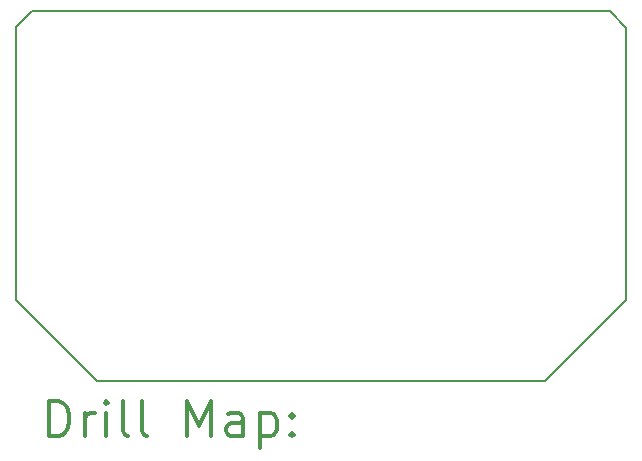
<source format=gbr>
%FSLAX45Y45*%
G04 Gerber Fmt 4.5, Leading zero omitted, Abs format (unit mm)*
G04 Created by KiCad (PCBNEW 5.1.10-88a1d61d58~88~ubuntu18.04.1) date 2021-09-30 23:52:21*
%MOMM*%
%LPD*%
G01*
G04 APERTURE LIST*
%TA.AperFunction,Profile*%
%ADD10C,0.150000*%
%TD*%
%ADD11C,0.200000*%
%ADD12C,0.300000*%
G04 APERTURE END LIST*
D10*
X14930000Y-1289000D02*
X14794000Y-1153000D01*
X9767000Y-1288000D02*
X9902000Y-1153000D01*
X10450000Y-4278000D02*
X9767000Y-3595000D01*
X14247000Y-4278000D02*
X10450000Y-4278000D01*
X14930000Y-1289000D02*
X14930000Y-3595000D01*
X9902000Y-1153000D02*
X14794000Y-1153000D01*
X9767000Y-3595000D02*
X9767000Y-1288000D01*
X14930000Y-3595000D02*
X14247000Y-4278000D01*
D11*
D12*
X10045928Y-4751214D02*
X10045928Y-4451214D01*
X10117357Y-4451214D01*
X10160214Y-4465500D01*
X10188786Y-4494072D01*
X10203071Y-4522643D01*
X10217357Y-4579786D01*
X10217357Y-4622643D01*
X10203071Y-4679786D01*
X10188786Y-4708357D01*
X10160214Y-4736929D01*
X10117357Y-4751214D01*
X10045928Y-4751214D01*
X10345928Y-4751214D02*
X10345928Y-4551214D01*
X10345928Y-4608357D02*
X10360214Y-4579786D01*
X10374500Y-4565500D01*
X10403071Y-4551214D01*
X10431643Y-4551214D01*
X10531643Y-4751214D02*
X10531643Y-4551214D01*
X10531643Y-4451214D02*
X10517357Y-4465500D01*
X10531643Y-4479786D01*
X10545928Y-4465500D01*
X10531643Y-4451214D01*
X10531643Y-4479786D01*
X10717357Y-4751214D02*
X10688786Y-4736929D01*
X10674500Y-4708357D01*
X10674500Y-4451214D01*
X10874500Y-4751214D02*
X10845928Y-4736929D01*
X10831643Y-4708357D01*
X10831643Y-4451214D01*
X11217357Y-4751214D02*
X11217357Y-4451214D01*
X11317357Y-4665500D01*
X11417357Y-4451214D01*
X11417357Y-4751214D01*
X11688786Y-4751214D02*
X11688786Y-4594072D01*
X11674500Y-4565500D01*
X11645928Y-4551214D01*
X11588786Y-4551214D01*
X11560214Y-4565500D01*
X11688786Y-4736929D02*
X11660214Y-4751214D01*
X11588786Y-4751214D01*
X11560214Y-4736929D01*
X11545928Y-4708357D01*
X11545928Y-4679786D01*
X11560214Y-4651214D01*
X11588786Y-4636929D01*
X11660214Y-4636929D01*
X11688786Y-4622643D01*
X11831643Y-4551214D02*
X11831643Y-4851214D01*
X11831643Y-4565500D02*
X11860214Y-4551214D01*
X11917357Y-4551214D01*
X11945928Y-4565500D01*
X11960214Y-4579786D01*
X11974500Y-4608357D01*
X11974500Y-4694072D01*
X11960214Y-4722643D01*
X11945928Y-4736929D01*
X11917357Y-4751214D01*
X11860214Y-4751214D01*
X11831643Y-4736929D01*
X12103071Y-4722643D02*
X12117357Y-4736929D01*
X12103071Y-4751214D01*
X12088786Y-4736929D01*
X12103071Y-4722643D01*
X12103071Y-4751214D01*
X12103071Y-4565500D02*
X12117357Y-4579786D01*
X12103071Y-4594072D01*
X12088786Y-4579786D01*
X12103071Y-4565500D01*
X12103071Y-4594072D01*
M02*

</source>
